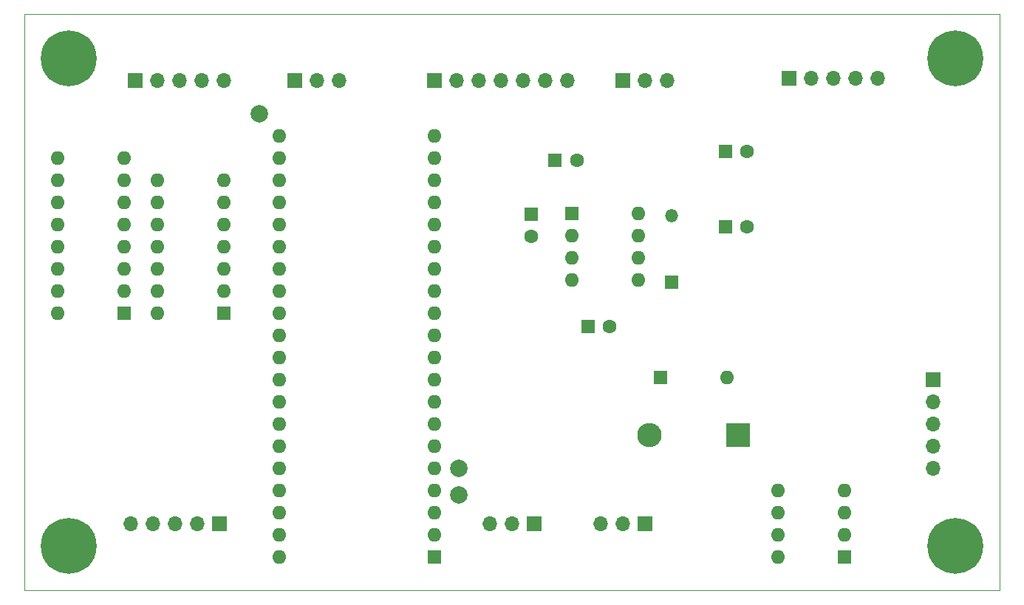
<source format=gbs>
G04 #@! TF.GenerationSoftware,KiCad,Pcbnew,7.0.11+dfsg-1build4*
G04 #@! TF.CreationDate,2025-11-12T09:37:38+01:00*
G04 #@! TF.ProjectId,upp10A_pico,75707031-3041-45f7-9069-636f2e6b6963,rev?*
G04 #@! TF.SameCoordinates,Original*
G04 #@! TF.FileFunction,Soldermask,Bot*
G04 #@! TF.FilePolarity,Negative*
%FSLAX46Y46*%
G04 Gerber Fmt 4.6, Leading zero omitted, Abs format (unit mm)*
G04 Created by KiCad (PCBNEW 7.0.11+dfsg-1build4) date 2025-11-12 09:37:38*
%MOMM*%
%LPD*%
G01*
G04 APERTURE LIST*
%ADD10C,2.000000*%
%ADD11R,1.600000X1.600000*%
%ADD12C,1.600000*%
%ADD13O,1.600000X1.600000*%
%ADD14C,6.400000*%
%ADD15R,1.700000X1.700000*%
%ADD16O,1.700000X1.700000*%
%ADD17R,1.500000X1.500000*%
%ADD18O,1.500000X1.500000*%
%ADD19R,2.800000X2.800000*%
%ADD20O,2.800000X2.800000*%
G04 #@! TA.AperFunction,Profile*
%ADD21C,0.050000*%
G04 #@! TD*
G04 APERTURE END LIST*
D10*
X52324000Y-72390000D03*
D11*
X86193621Y-77724000D03*
D12*
X88693621Y-77724000D03*
D11*
X36820000Y-95235000D03*
D13*
X36820000Y-92695000D03*
X36820000Y-90155000D03*
X36820000Y-87615000D03*
X36820000Y-85075000D03*
X36820000Y-82535000D03*
X36820000Y-79995000D03*
X36820000Y-77455000D03*
X29200000Y-77455000D03*
X29200000Y-79995000D03*
X29200000Y-82535000D03*
X29200000Y-85075000D03*
X29200000Y-87615000D03*
X29200000Y-90155000D03*
X29200000Y-92695000D03*
X29200000Y-95235000D03*
D11*
X98298000Y-102616000D03*
D13*
X105918000Y-102616000D03*
D11*
X88148000Y-83820000D03*
D13*
X88148000Y-86360000D03*
X88148000Y-88900000D03*
X88148000Y-91440000D03*
X95768000Y-91440000D03*
X95768000Y-88900000D03*
X95768000Y-86360000D03*
X95768000Y-83820000D03*
D11*
X105704000Y-85344000D03*
D12*
X108204000Y-85344000D03*
D14*
X132080000Y-121920000D03*
D10*
X75184000Y-116078000D03*
D11*
X48260000Y-95250000D03*
D13*
X48260000Y-92710000D03*
X48260000Y-90170000D03*
X48260000Y-87630000D03*
X48260000Y-85090000D03*
X48260000Y-82550000D03*
X48260000Y-80010000D03*
X40640000Y-80010000D03*
X40640000Y-82550000D03*
X40640000Y-85090000D03*
X40640000Y-87630000D03*
X40640000Y-90170000D03*
X40640000Y-92710000D03*
X40640000Y-95250000D03*
D14*
X30480000Y-121920000D03*
D10*
X75184000Y-113030000D03*
D11*
X119370000Y-123180000D03*
D13*
X119370000Y-120640000D03*
X119370000Y-118100000D03*
X119370000Y-115560000D03*
X111750000Y-115560000D03*
X111750000Y-118100000D03*
X111750000Y-120640000D03*
X111750000Y-123180000D03*
D15*
X38100000Y-68580000D03*
D16*
X40640000Y-68580000D03*
X43180000Y-68580000D03*
X45720000Y-68580000D03*
X48260000Y-68580000D03*
D15*
X56388000Y-68580000D03*
D16*
X58928000Y-68580000D03*
X61468000Y-68580000D03*
D14*
X30480000Y-66040000D03*
D15*
X47720000Y-119380000D03*
D16*
X45180000Y-119380000D03*
X42640000Y-119380000D03*
X40100000Y-119380000D03*
X37560000Y-119380000D03*
D17*
X99568000Y-91684000D03*
D18*
X99568000Y-84064000D03*
D15*
X93980000Y-68580000D03*
D16*
X96520000Y-68580000D03*
X99060000Y-68580000D03*
D11*
X83439000Y-83907621D03*
D12*
X83439000Y-86407621D03*
D15*
X113030000Y-68310000D03*
D16*
X115570000Y-68310000D03*
X118110000Y-68310000D03*
X120650000Y-68310000D03*
X123190000Y-68310000D03*
D15*
X83820000Y-119380000D03*
D16*
X81280000Y-119380000D03*
X78740000Y-119380000D03*
D11*
X72390000Y-123190000D03*
D13*
X72390000Y-120650000D03*
X72390000Y-118110000D03*
X72390000Y-115570000D03*
X72390000Y-113030000D03*
X72390000Y-110490000D03*
X72390000Y-107950000D03*
X72390000Y-105410000D03*
X72390000Y-102870000D03*
X72390000Y-100330000D03*
X72390000Y-97790000D03*
X72390000Y-95250000D03*
X72390000Y-92710000D03*
X72390000Y-90170000D03*
X72390000Y-87630000D03*
X72390000Y-85090000D03*
X72390000Y-82550000D03*
X72390000Y-80010000D03*
X72390000Y-77470000D03*
X72390000Y-74930000D03*
X54610000Y-74930000D03*
X54610000Y-77470000D03*
X54610000Y-80010000D03*
X54610000Y-82550000D03*
X54610000Y-85090000D03*
X54610000Y-87630000D03*
X54610000Y-90170000D03*
X54610000Y-92710000D03*
X54610000Y-95250000D03*
X54610000Y-97790000D03*
X54610000Y-100330000D03*
X54610000Y-102870000D03*
X54610000Y-105410000D03*
X54610000Y-107950000D03*
X54610000Y-110490000D03*
X54610000Y-113030000D03*
X54610000Y-115570000D03*
X54610000Y-118110000D03*
X54610000Y-120650000D03*
X54610000Y-123190000D03*
D15*
X96535000Y-119380000D03*
D16*
X93995000Y-119380000D03*
X91455000Y-119380000D03*
D15*
X72385000Y-68580000D03*
D16*
X74925000Y-68580000D03*
X77465000Y-68580000D03*
X80005000Y-68580000D03*
X82545000Y-68580000D03*
X85085000Y-68580000D03*
X87625000Y-68580000D03*
D11*
X105704000Y-76708000D03*
D12*
X108204000Y-76708000D03*
D11*
X89956000Y-96764000D03*
D12*
X92456000Y-96764000D03*
D19*
X107188000Y-109220000D03*
D20*
X97028000Y-109220000D03*
D15*
X129540000Y-102870000D03*
D16*
X129540000Y-105410000D03*
X129540000Y-107950000D03*
X129540000Y-110490000D03*
X129540000Y-113030000D03*
D14*
X132080000Y-66040000D03*
D21*
X25400000Y-127000000D02*
X137160000Y-127000000D01*
X25400000Y-60960000D02*
X25400000Y-127000000D01*
X137160000Y-60960000D02*
X25400000Y-60960000D01*
X137160000Y-127000000D02*
X137160000Y-60960000D01*
M02*

</source>
